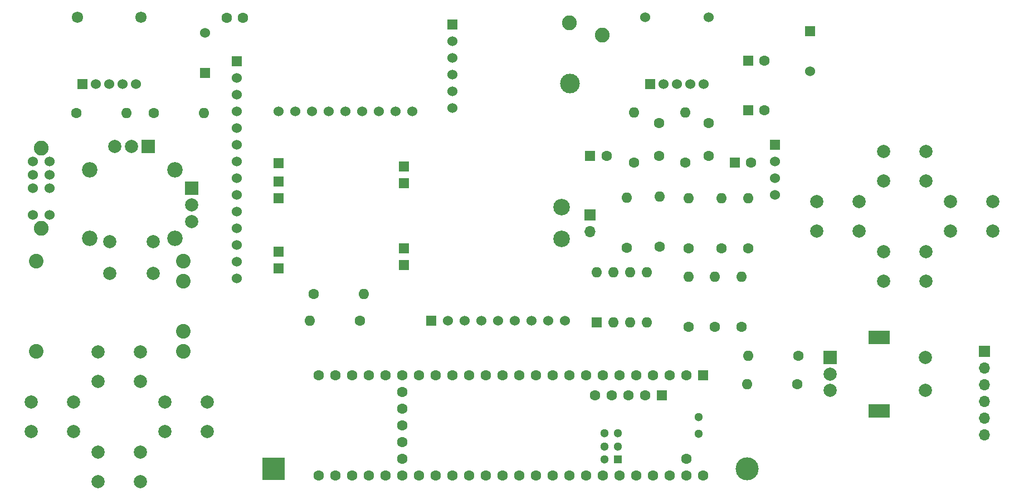
<source format=gbr>
G04 #@! TF.GenerationSoftware,KiCad,Pcbnew,5.1.9-73d0e3b20d~88~ubuntu20.04.1*
G04 #@! TF.CreationDate,2021-05-16T08:32:41-04:00*
G04 #@! TF.ProjectId,TeensyR4gePro-v2,5465656e-7379-4523-9467-6550726f2d76,1*
G04 #@! TF.SameCoordinates,Original*
G04 #@! TF.FileFunction,Soldermask,Top*
G04 #@! TF.FilePolarity,Negative*
%FSLAX46Y46*%
G04 Gerber Fmt 4.6, Leading zero omitted, Abs format (unit mm)*
G04 Created by KiCad (PCBNEW 5.1.9-73d0e3b20d~88~ubuntu20.04.1) date 2021-05-16 08:32:41*
%MOMM*%
%LPD*%
G01*
G04 APERTURE LIST*
%ADD10C,2.224000*%
%ADD11C,2.524000*%
%ADD12R,1.524000X1.524000*%
%ADD13C,1.524000*%
%ADD14O,1.600000X1.600000*%
%ADD15C,1.600000*%
%ADD16C,2.250000*%
%ADD17C,3.000000*%
%ADD18R,2.000000X2.000000*%
%ADD19C,2.000000*%
%ADD20R,3.200000X2.000000*%
%ADD21C,2.340000*%
%ADD22R,1.600000X1.600000*%
%ADD23O,1.700000X1.700000*%
%ADD24R,1.700000X1.700000*%
%ADD25R,3.500000X3.500000*%
%ADD26C,3.500000*%
%ADD27C,1.300000*%
%ADD28R,1.300000X1.300000*%
%ADD29C,1.724000*%
G04 APERTURE END LIST*
D10*
X89204800Y-78663800D03*
X89204800Y-75615800D03*
X89204800Y-67995800D03*
X89204800Y-64947800D03*
X66852800Y-64947800D03*
X66852800Y-78663800D03*
D11*
X146652000Y-61620400D03*
X146652000Y-56794400D03*
D12*
X126840000Y-74066400D03*
D13*
X129380000Y-74066400D03*
X131920000Y-74066400D03*
X134460000Y-74066400D03*
X147160000Y-74066400D03*
X144620000Y-74066400D03*
X142080000Y-74066400D03*
X139540000Y-74066400D03*
X137000000Y-74066400D03*
D14*
X157673000Y-42380000D03*
D15*
X157673000Y-50000000D03*
D16*
X152878000Y-30602000D03*
D17*
X147953000Y-38002000D03*
D16*
X147828000Y-28702000D03*
D15*
X98258000Y-27940000D03*
X95758000Y-27940000D03*
D18*
X187452000Y-79629000D03*
D19*
X187452000Y-82129000D03*
X187452000Y-84629000D03*
D20*
X194952000Y-76529000D03*
X194952000Y-87729000D03*
D19*
X201952000Y-79629000D03*
X201952000Y-84629000D03*
D14*
X174879000Y-83693000D03*
D15*
X182499000Y-83693000D03*
D14*
X175006000Y-79375000D03*
D15*
X182626000Y-79375000D03*
D19*
X81280000Y-47498000D03*
D18*
X83820000Y-47498000D03*
D19*
X78740000Y-47498000D03*
D18*
X90424000Y-53848000D03*
D19*
X90424000Y-56388000D03*
X90424000Y-58928000D03*
X77978000Y-61976000D03*
X84582000Y-61976000D03*
D21*
X74930000Y-51054000D03*
X87884000Y-51054000D03*
X87884000Y-61468000D03*
X74930000Y-61468000D03*
D19*
X77978000Y-66802000D03*
X84582000Y-66802000D03*
D13*
X169017000Y-27884100D03*
X159365000Y-27884100D03*
D12*
X160127000Y-38044100D03*
D13*
X162159000Y-38044100D03*
X168255000Y-38044100D03*
X166223000Y-38044100D03*
X164191000Y-38044100D03*
D14*
X152000000Y-66680100D03*
X159620000Y-74300100D03*
X154540000Y-66680100D03*
X157080000Y-74300100D03*
X157080000Y-66680100D03*
X154540000Y-74300100D03*
X159620000Y-66680100D03*
D22*
X152000000Y-74300100D03*
D14*
X156574000Y-55280600D03*
D15*
X156574000Y-62900600D03*
D14*
X166000000Y-67380000D03*
D15*
X166000000Y-75000000D03*
D14*
X161572000Y-55148500D03*
D15*
X161572000Y-62768500D03*
D14*
X166000000Y-55380000D03*
D15*
X166000000Y-63000000D03*
D14*
X171000000Y-55380000D03*
D15*
X171000000Y-63000000D03*
D14*
X170000000Y-67380000D03*
D15*
X170000000Y-75000000D03*
D14*
X175000000Y-55380000D03*
D15*
X175000000Y-63000000D03*
D14*
X174000000Y-67380000D03*
D15*
X174000000Y-75000000D03*
D14*
X165500000Y-42380000D03*
D15*
X165500000Y-50000000D03*
X177500000Y-34500000D03*
D22*
X175000000Y-34500000D03*
D15*
X177500000Y-42000000D03*
D22*
X175000000Y-42000000D03*
D15*
X175500000Y-50000000D03*
D22*
X173000000Y-50000000D03*
D15*
X153500000Y-49000000D03*
D22*
X151000000Y-49000000D03*
D15*
X169000000Y-49000000D03*
X169000000Y-44000000D03*
X161500000Y-44000000D03*
X161500000Y-49000000D03*
D14*
X108380000Y-74000000D03*
D15*
X116000000Y-74000000D03*
D23*
X151003000Y-60452000D03*
D24*
X151003000Y-57912000D03*
D25*
X102870000Y-96520000D03*
D26*
X174870000Y-96520000D03*
D27*
X167469000Y-91236800D03*
X167469000Y-88696800D03*
D15*
X122479000Y-95046800D03*
X122479000Y-92506800D03*
X122479000Y-89966800D03*
X122479000Y-87426800D03*
X122479000Y-84886800D03*
D27*
X155229000Y-91148400D03*
X153229000Y-91148400D03*
X153229000Y-93148400D03*
X155229000Y-93148400D03*
X153229000Y-95148400D03*
D28*
X155229000Y-95148400D03*
D15*
X127559000Y-82346800D03*
X125019000Y-82346800D03*
X122479000Y-82346800D03*
X119939000Y-82346800D03*
X130099000Y-82346800D03*
X132639000Y-82346800D03*
X135179000Y-82346800D03*
X117399000Y-82346800D03*
X114859000Y-82346800D03*
X112319000Y-82346800D03*
X109779000Y-82346800D03*
X109779000Y-97586800D03*
X112319000Y-97586800D03*
X114859000Y-97586800D03*
X117399000Y-97586800D03*
X119939000Y-97586800D03*
X122479000Y-97586800D03*
X125019000Y-97586800D03*
X127559000Y-97586800D03*
X130099000Y-97586800D03*
X132639000Y-97586800D03*
X137719000Y-82346800D03*
X140259000Y-82346800D03*
X142799000Y-82346800D03*
X145339000Y-82346800D03*
X147879000Y-82346800D03*
X150419000Y-82346800D03*
X152959000Y-82346800D03*
X155499000Y-82346800D03*
X158039000Y-82346800D03*
X160579000Y-82346800D03*
X163119000Y-82346800D03*
X165659000Y-82346800D03*
D22*
X168199000Y-82346800D03*
D15*
X135179000Y-97586800D03*
X137719000Y-97586800D03*
X140259000Y-97586800D03*
X142799000Y-97586800D03*
X145339000Y-97586800D03*
X147879000Y-97586800D03*
X150419000Y-97586800D03*
X152959000Y-97586800D03*
X155499000Y-97586800D03*
X158039000Y-97586800D03*
X160579000Y-97586800D03*
X163119000Y-97586800D03*
X165659000Y-97586800D03*
X168199000Y-97586800D03*
D22*
X161899800Y-85397600D03*
D15*
X159359800Y-85397600D03*
X156819800Y-85397600D03*
X154279800Y-85397600D03*
X151739800Y-85397600D03*
X165659000Y-95046800D03*
D23*
X210922000Y-91389200D03*
X210922000Y-88849200D03*
X210922000Y-86309200D03*
X210922000Y-83769200D03*
X210922000Y-81229200D03*
D24*
X210922000Y-78689200D03*
D13*
X66294000Y-57937400D03*
X66294000Y-53873400D03*
X66294000Y-51841400D03*
X68834000Y-57937400D03*
X68834000Y-53873400D03*
X68834000Y-51841400D03*
X66294000Y-49809400D03*
X68834000Y-49809400D03*
D16*
X67564000Y-59969400D03*
X67564000Y-47777400D03*
D14*
X92323900Y-42412900D03*
D15*
X84703900Y-42412900D03*
D14*
X80579000Y-42479000D03*
D15*
X72959000Y-42479000D03*
D12*
X179070000Y-47244000D03*
D13*
X179070000Y-49784000D03*
X179070000Y-52324000D03*
X179070000Y-54864000D03*
X97282000Y-67564000D03*
X97282000Y-65024000D03*
X97282000Y-62484000D03*
X97282000Y-59944000D03*
X97282000Y-57404000D03*
X97282000Y-54864000D03*
X97282000Y-52324000D03*
X97282000Y-49784000D03*
X97282000Y-47244000D03*
X97282000Y-44704000D03*
X97282000Y-42164000D03*
X97282000Y-39624000D03*
X97282000Y-37084000D03*
D12*
X97282000Y-34544000D03*
D29*
X82778600Y-27924800D03*
X73126600Y-27924800D03*
D12*
X73888600Y-38084800D03*
D13*
X75920600Y-38084800D03*
X82016600Y-38084800D03*
X79984600Y-38084800D03*
X77952600Y-38084800D03*
D12*
X103632000Y-55372000D03*
X103632000Y-52832000D03*
X103632000Y-63500000D03*
X103632000Y-66040000D03*
X103632000Y-50038000D03*
X122682000Y-62992000D03*
X122682000Y-65532000D03*
X122682000Y-53086000D03*
X122682000Y-50546000D03*
D13*
X103632000Y-42164000D03*
X106172000Y-42164000D03*
X108712000Y-42164000D03*
X111252000Y-42164000D03*
X113792000Y-42164000D03*
X116332000Y-42164000D03*
X118872000Y-42164000D03*
X121412000Y-42164000D03*
X123952000Y-42164000D03*
X130048000Y-41656000D03*
X130048000Y-39116000D03*
X130048000Y-36576000D03*
X130048000Y-34036000D03*
X130048000Y-31496000D03*
D12*
X130048000Y-28956000D03*
D14*
X116620000Y-70000000D03*
D15*
X109000000Y-70000000D03*
D12*
X184404000Y-30018000D03*
D13*
X184404000Y-36114000D03*
D12*
X92456000Y-36322000D03*
D13*
X92456000Y-30226000D03*
D19*
X82700000Y-78740000D03*
X82700000Y-83240000D03*
X76200000Y-78740000D03*
X76200000Y-83240000D03*
X82700000Y-93980000D03*
X82700000Y-98480000D03*
X76200000Y-93980000D03*
X76200000Y-98480000D03*
X72540000Y-86360000D03*
X72540000Y-90860000D03*
X66040000Y-86360000D03*
X66040000Y-90860000D03*
X92860000Y-86360000D03*
X92860000Y-90860000D03*
X86360000Y-86360000D03*
X86360000Y-90860000D03*
X202080000Y-63500000D03*
X202080000Y-68000000D03*
X195580000Y-63500000D03*
X195580000Y-68000000D03*
X212240000Y-55880000D03*
X212240000Y-60380000D03*
X205740000Y-55880000D03*
X205740000Y-60380000D03*
X191920000Y-55880000D03*
X191920000Y-60380000D03*
X185420000Y-55880000D03*
X185420000Y-60380000D03*
X202080000Y-48260000D03*
X202080000Y-52760000D03*
X195580000Y-48260000D03*
X195580000Y-52760000D03*
M02*

</source>
